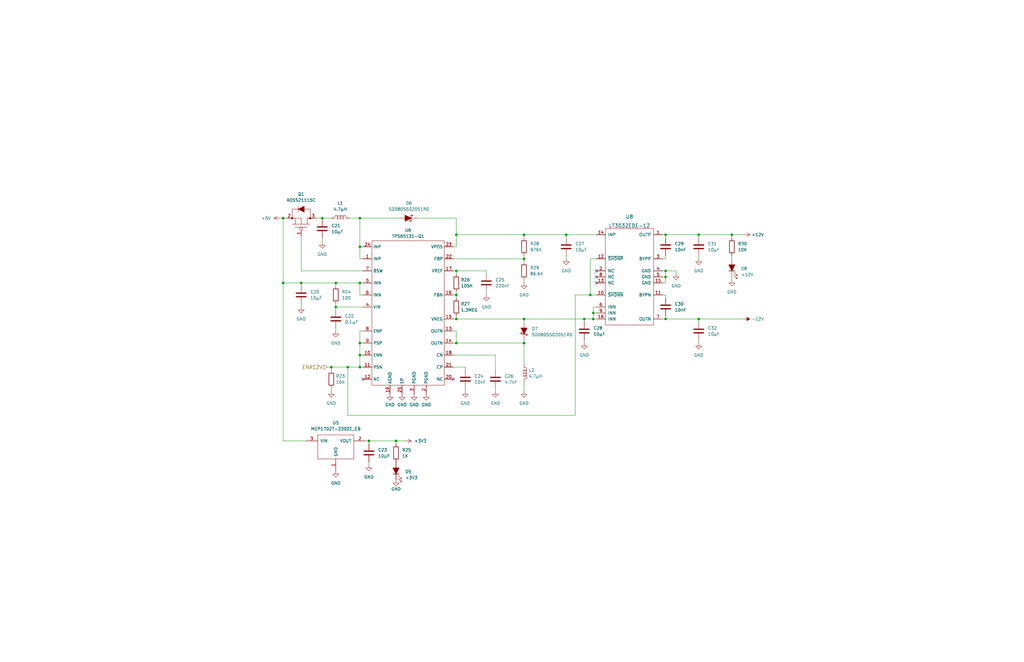
<source format=kicad_sch>
(kicad_sch (version 20211123) (generator eeschema)
  (paper "B")
  (title_block (title "Power Supply") (date "2023-01-28") (company "Olin College"))
  (lib_symbols
    (symbol "Device:C" (pin_numbers hide) (pin_names (offset 0.254))
      (property "Reference" "C" (at 0.635 2.54 0))
      (property "Value" "C" (at 0.635 -2.54 0))
      (symbol "C_0_1"
        (polyline (pts (xy -2.032 -0.762) (xy 2.032 -0.762)) (stroke (width 0.508)))
        (polyline (pts (xy -2.032 0.762) (xy 2.032 0.762)) (stroke (width 0.508)))
      )
      (symbol "C_1_1"
        (pin passive line (at 0 3.81 270) (length 2.794) (name "~") (number "1"))
        (pin passive line (at 0 -3.81 90) (length 2.794) (name "~") (number "2"))
      )
    )
    (symbol "Device:LED_Filled" (pin_numbers hide) (pin_names (offset 1.016) hide)
      (property "Reference" "D" (at 0 2.54 0))
      (property "Value" "LED_Filled" (at 0 -2.54 0))
      (symbol "LED_Filled_0_1"
        (polyline (pts (xy -1.27 -1.27) (xy -1.27 1.27)) (stroke (width 0.254)))
        (polyline (pts (xy -1.27 0) (xy 1.27 0)))
        (polyline (pts (xy 1.27 -1.27) (xy 1.27 1.27) (xy -1.27 0) (xy 1.27 -1.27)) (stroke (width 0.254)) (fill (type outline)))
        (polyline (pts (xy -3.048 -0.762) (xy -4.572 -2.286) (xy -3.81 -2.286) (xy -4.572 -2.286) (xy -4.572 -1.524)))
        (polyline (pts (xy -1.778 -0.762) (xy -3.302 -2.286) (xy -2.54 -2.286) (xy -3.302 -2.286) (xy -3.302 -1.524)))
      )
      (symbol "LED_Filled_1_1"
        (pin passive line (at -3.81 0 0) (length 2.54) (name "K") (number "1"))
        (pin passive line (at 3.81 0 180) (length 2.54) (name "A") (number "2"))
      )
    )
    (symbol "Device:R" (pin_numbers hide) (pin_names (offset 0))
      (property "Reference" "R" (at 2.032 0 90))
      (property "Value" "R" (at 0 0 90))
      (symbol "R_0_1"
        (rectangle (start -1.016 -2.54) (end 1.016 2.54) (stroke (width 0.254)))
      )
      (symbol "R_1_1"
        (pin passive line (at 0 3.81 270) (length 1.27) (name "~") (number "1"))
        (pin passive line (at 0 -3.81 90) (length 1.27) (name "~") (number "2"))
      )
    )
    (symbol "Eclectronics:AOSS21115C" (pin_names (offset 1.016))
      (property "Reference" "Q" (at 6.35 1.27 0))
      (property "Value" "AOSS21115C" (at 6.35 -1.27 0))
      (symbol "AOSS21115C_0_1"
        (circle (center -4.445 0) (radius 0.635))
        (circle (center 0 -3.81) (radius 0.381) (fill (type outline)))
        (polyline (pts (xy -3.81 2.54) (xy -3.81 -2.54)))
        (polyline (pts (xy -2.54 -2.54) (xy 0 -2.54)))
        (polyline (pts (xy -2.54 0) (xy 0 0)))
        (polyline (pts (xy -2.54 3.81) (xy -2.54 -3.81)))
        (polyline (pts (xy 0 -2.54) (xy 0 -3.81)))
        (polyline (pts (xy 0 2.54) (xy -2.54 2.54)))
        (polyline (pts (xy 2.54 1.27) (xy 5.08 1.27)))
        (polyline (pts (xy 0 -3.81) (xy 3.81 -3.81) (xy 3.81 -1.27)))
        (polyline (pts (xy 0 2.54) (xy 0 3.81) (xy 3.81 3.81) (xy 3.81 1.27)))
        (polyline (pts (xy 3.81 1.27) (xy 2.54 -1.27) (xy 5.08 -1.27) (xy 3.81 1.27)) (fill (type outline)))
        (circle (center 0 3.81) (radius 0.381) (fill (type outline)))
      )
      (symbol "AOSS21115C_1_1"
        (polyline (pts (xy 0 2.54) (xy 0 0)))
        (pin input line (at -7.62 0 0) (length 2.54) (name "~") (number "1"))
        (pin input line (at 0 6.35 270) (length 2.54) (name "~") (number "2"))
        (pin input line (at 0 -6.35 90) (length 2.54) (name "~") (number "3"))
      )
    )
    (symbol "Eclectronics:L" (pin_numbers hide) (pin_names hide)
      (property "Reference" "L" (at 0 5.08 0))
      (property "Value" "L" (at 0 2.54 0))
      (symbol "L_0_1"
        (polyline (pts (xy -2.54 0) (xy -2.413 0.635) (xy -2.286 0.889)))
        (polyline (pts (xy 1.143 0.889) (xy 1.27 1.016) (xy 1.524 1.143) (xy 1.905 1.143) (xy 2.159 1.016) (xy 2.286 0.889) (xy 2.413 0.635) (xy 2.54 0)))
        (polyline (pts (xy -2.286 0.889) (xy -2.159 1.016) (xy -1.905 1.143) (xy -1.524 1.143) (xy -1.27 1.016) (xy -1.143 0.889) (xy -1.016 0.635) (xy -0.889 0.127) (xy -0.889 -0.127) (xy -1.016 -0.381) (xy -1.27 -0.381) (xy -1.397 -0.127) (xy -1.397 0.127) (xy -1.27 0.635) (xy -1.143 0.889)))
        (polyline (pts (xy -1.143 0.889) (xy -1.016 1.016) (xy -0.762 1.143) (xy -0.381 1.143) (xy -0.127 1.016) (xy 0 0.889) (xy 0.127 0.635) (xy 0.254 0.127) (xy 0.254 -0.127) (xy 0.127 -0.381) (xy -0.127 -0.381) (xy -0.254 -0.127) (xy -0.254 0.127) (xy -0.127 0.635) (xy 0 0.889)))
        (polyline (pts (xy 0 0.889) (xy 0.127 1.016) (xy 0.381 1.143) (xy 0.762 1.143) (xy 1.016 1.016) (xy 1.143 0.889) (xy 1.27 0.635) (xy 1.397 0.127) (xy 1.397 -0.127) (xy 1.27 -0.381) (xy 1.016 -0.381) (xy 0.889 -0.127) (xy 0.889 0.127) (xy 1.016 0.635) (xy 1.143 0.889)))
      )
      (symbol "L_1_1"
        (pin passive line (at -3.81 0 0) (length 1.27) (name "~") (number "1"))
        (pin passive line (at 3.81 0 180) (length 1.27) (name "~") (number "2"))
      )
    )
    (symbol "Eclectronics:LT3032EDE-12" (pin_names (offset 1.016))
      (property "Reference" "U" (at -10.16 24.13 0))
      (property "Value" "LT3032EDE-12" (at -10.16 21.59 0))
      (symbol "LT3032EDE-12_0_1"
        (rectangle (start -10.16 20.32) (end 10.16 -20.32))
      )
      (symbol "LT3032EDE-12_1_1"
        (pin input line (at 13.97 17.78 180) (length 3.81) (name "OUTP") (number "1"))
        (pin input line (at -13.97 -7.62 0) (length 3.81) (name "~{SHDNN}") (number "10"))
        (pin input line (at 13.97 -7.62 180) (length 3.81) (name "BYPN") (number "11"))
        (pin input line (at -13.97 7.62 0) (length 3.81) (name "~{SHDNP}") (number "12"))
        (pin input line (at -13.97 -2.54 0) (length 3.81) (name "NC") (number "13"))
        (pin input line (at -13.97 17.78 0) (length 3.81) (name "INP") (number "14"))
        (pin input line (at 13.97 -2.54 180) (length 3.81) (name "GND") (number "15"))
        (pin input line (at -13.97 -17.78 0) (length 3.81) (name "INN") (number "16"))
        (pin input line (at -13.97 2.54 0) (length 3.81) (name "NC") (number "2"))
        (pin input line (at 13.97 7.62 180) (length 3.81) (name "BYPP") (number "3"))
        (pin input line (at 13.97 2.54 180) (length 3.81) (name "GND") (number "4"))
        (pin input line (at 13.97 0 180) (length 3.81) (name "GND") (number "5"))
        (pin input line (at -13.97 -12.7 0) (length 3.81) (name "INN") (number "6"))
        (pin input line (at 13.97 -17.78 180) (length 3.81) (name "OUTN") (number "7"))
        (pin input line (at -13.97 0 0) (length 3.81) (name "NC") (number "8"))
        (pin input line (at -13.97 -15.24 0) (length 3.81) (name "INN") (number "9"))
      )
    )
    (symbol "Eclectronics:MCP1702T-3302E_CB" (pin_names (offset 1.016))
      (property "Reference" "U" (at 0 8.89 0))
      (property "Value" "MCP1702T-3302E_CB" (at 0 6.35 0))
      (symbol "MCP1702T-3302E_CB_0_1"
        (rectangle (start 7.62 5.08) (end -7.62 -5.08))
      )
      (symbol "MCP1702T-3302E_CB_1_1"
        (pin input line (at 0 -10.16 90) (length 5.08) (name "GND") (number "1"))
        (pin input line (at 12.7 2.54 180) (length 5.08) (name "VOUT") (number "2"))
        (pin input line (at -12.7 2.54 0) (length 5.08) (name "VIN") (number "3"))
      )
    )
    (symbol "Eclectronics:SD0805S020S1R0" (pin_numbers hide) (pin_names hide)
      (property "Reference" "D" (at 0 2.54 0))
      (property "Value" "SD0805S020S1R0" (at 0 -2.54 0))
      (symbol "SD0805S020S1R0_0_1"
        (polyline (pts (xy -1.27 1.27) (xy -1.27 -1.27)) (stroke (width 0.254)))
        (polyline (pts (xy -1.27 -1.27) (xy -1.905 -1.27) (xy -1.905 -0.889)) (stroke (width 0.254)))
        (polyline (pts (xy -1.27 0) (xy 1.27 1.27) (xy 1.27 -1.27) (xy -1.27 0)) (stroke (width 0.254)) (fill (type outline)))
        (polyline (pts (xy -1.27 1.27) (xy -0.635 1.27) (xy -0.635 0.889) (xy -0.635 1.27)) (stroke (width 0.254)))
      )
      (symbol "SD0805S020S1R0_1_1"
        (pin passive line (at -3.81 0 0) (length 2.54) (name "~") (number "1"))
        (pin passive line (at 3.81 0 180) (length 2.54) (name "~") (number "2"))
      )
    )
    (symbol "Eclectronics:TPS65131-Q1"
      (property "Reference" "U" (at -15.24 34.29 0))
      (property "Value" "TPS65131-Q1" (at -15.24 31.75 0))
      (symbol "TPS65131-Q1_0_1"
        (rectangle (start -15.24 30.48) (end 15.24 -30.48))
      )
      (symbol "TPS65131-Q1_1_1"
        (pin input line (at -19.05 22.86 0) (length 3.81) (name "INP") (number "1"))
        (pin input line (at -19.05 -17.78 0) (length 3.81) (name "ENN") (number "10"))
        (pin input line (at -19.05 -22.86 0) (length 3.81) (name "PSN") (number "11"))
        (pin input line (at -19.05 -27.94 0) (length 3.81) (name "NC") (number "12"))
        (pin input line (at 19.05 -7.62 180) (length 3.81) (name "OUTN") (number "13"))
        (pin input line (at 19.05 -12.7 180) (length 3.81) (name "OUTN") (number "14"))
        (pin input line (at 19.05 -2.54 180) (length 3.81) (name "VNEG") (number "15"))
        (pin input line (at 19.05 7.62 180) (length 3.81) (name "FBN") (number "16"))
        (pin input line (at 19.05 17.78 180) (length 3.81) (name "VREF") (number "17"))
        (pin input line (at 19.05 -17.78 180) (length 3.81) (name "CN") (number "18"))
        (pin input line (at -7.62 -34.29 90) (length 3.81) (name "AGND") (number "19"))
        (pin input line (at 7.62 -34.29 90) (length 3.81) (name "PGND") (number "2"))
        (pin input line (at 19.05 -27.94 180) (length 3.81) (name "NC") (number "20"))
        (pin input line (at 19.05 -22.86 180) (length 3.81) (name "CP") (number "21"))
        (pin input line (at 19.05 22.86 180) (length 3.81) (name "FBP") (number "22"))
        (pin input line (at 19.05 27.94 180) (length 3.81) (name "VPOS") (number "23"))
        (pin input line (at -19.05 27.94 0) (length 3.81) (name "INP") (number "24"))
        (pin input line (at -2.54 -34.29 90) (length 3.81) (name "EP") (number "25"))
        (pin input line (at 2.54 -34.29 90) (length 3.81) (name "PGND") (number "3"))
        (pin input line (at -19.05 2.54 0) (length 3.81) (name "VIN") (number "4"))
        (pin input line (at -19.05 12.7 0) (length 3.81) (name "INN") (number "5"))
        (pin input line (at -19.05 7.62 0) (length 3.81) (name "INN") (number "6"))
        (pin input line (at -19.05 17.78 0) (length 3.81) (name "BSW") (number "7"))
        (pin input line (at -19.05 -7.62 0) (length 3.81) (name "ENP") (number "8"))
        (pin input line (at -19.05 -12.7 0) (length 3.81) (name "PSP") (number "9"))
      )
    )
    (symbol "power:+12V" (power) (pin_names (offset 0))
      (property "Value" "+12V" (at 0 3.556 0))
      (symbol "+12V_0_1"
        (polyline (pts (xy -0.762 1.27) (xy 0 2.54)))
        (polyline (pts (xy 0 0) (xy 0 2.54)))
        (polyline (pts (xy 0 2.54) (xy 0.762 1.27)))
      )
      (symbol "+12V_1_1"
        (pin power_in line (at 0 0 90) (length 0) hide (name "+12V") (number "1"))
      )
    )
    (symbol "power:+3V3" (power) (pin_names (offset 0))
      (property "Value" "+3V3" (at 0 3.556 0))
      (symbol "+3V3_0_1"
        (polyline (pts (xy -0.762 1.27) (xy 0 2.54)))
        (polyline (pts (xy 0 0) (xy 0 2.54)))
        (polyline (pts (xy 0 2.54) (xy 0.762 1.27)))
      )
      (symbol "+3V3_1_1"
        (pin power_in line (at 0 0 90) (length 0) hide (name "+3V3") (number "1"))
      )
    )
    (symbol "power:+5V" (power) (pin_names (offset 0))
      (property "Value" "+5V" (at 0 3.556 0))
      (symbol "+5V_0_1"
        (polyline (pts (xy -0.762 1.27) (xy 0 2.54)))
        (polyline (pts (xy 0 0) (xy 0 2.54)))
        (polyline (pts (xy 0 2.54) (xy 0.762 1.27)))
      )
      (symbol "+5V_1_1"
        (pin power_in line (at 0 0 90) (length 0) hide (name "+5V") (number "1"))
      )
    )
    (symbol "power:-12V" (power) (pin_names (offset 0))
      (property "Value" "-12V" (at 0 3.81 0))
      (symbol "-12V_0_0"
        (pin power_in line (at 0 0 90) (length 0) hide (name "-12V") (number "1"))
      )
      (symbol "-12V_0_1"
        (polyline (pts (xy 0 0) (xy 0 1.27) (xy 0.762 1.27) (xy 0 2.54) (xy -0.762 1.27) (xy 0 1.27)) (fill (type outline)))
      )
    )
    (symbol "power:GND" (power) (pin_names (offset 0))
      (property "Value" "GND" (at 0 -3.81 0))
      (symbol "GND_0_1"
        (polyline (pts (xy 0 0) (xy 0 -1.27) (xy 1.27 -1.27) (xy 0 -2.54) (xy -1.27 -1.27) (xy 0 -1.27)))
      )
      (symbol "GND_1_1"
        (pin power_in line (at 0 0 270) (length 0) hide (name "GND") (number "1"))
      )
    )
    (symbol "smu-rescue:GND" (power) (pin_names (offset 0))
      (property "Value" "GND" (at 0 -3.81 0))
      (symbol "GND_0_1"
        (polyline (pts (xy 0 0) (xy 0 -1.27) (xy 1.27 -1.27) (xy 0 -2.54) (xy -1.27 -1.27) (xy 0 -1.27)))
      )
      (symbol "GND_1_1"
        (pin power_in line (at 0 0 270) (length 0) hide (name "GND") (number "1"))
      )
    )
  )
  (junction (at 246.38 134.62))
  (junction (at 139.7 154.94))
  (junction (at 151.765 119.38))
  (junction (at 151.765 144.78))
  (junction (at 280.67 116.84))
  (junction (at 308.61 99.06))
  (junction (at 250.19 134.62))
  (junction (at 155.575 186.055))
  (junction (at 141.605 129.54))
  (junction (at 280.67 99.06))
  (junction (at 151.765 149.86))
  (junction (at 248.92 124.46))
  (junction (at 151.765 154.94))
  (junction (at 141.605 119.38))
  (junction (at 220.98 109.22))
  (junction (at 238.76 99.06))
  (junction (at 250.19 132.08))
  (junction (at 151.765 104.14))
  (junction (at 146.685 154.94))
  (junction (at 192.405 124.46))
  (junction (at 151.765 92.075))
  (junction (at 294.64 99.06))
  (junction (at 280.67 134.62))
  (junction (at 220.98 134.62))
  (junction (at 192.405 99.06))
  (junction (at 127 119.38))
  (junction (at 192.405 114.3))
  (junction (at 220.98 99.06))
  (junction (at 192.405 144.78))
  (junction (at 192.405 134.62))
  (junction (at 220.98 144.78))
  (junction (at 119.38 92.075))
  (junction (at 167.005 186.055))
  (junction (at 135.89 92.075))
  (junction (at 294.64 134.62))
  (junction (at 280.67 114.3))
  (junction (at 119.38 119.38))
  (no_connect (at 251.46 116.84))
  (no_connect (at 251.46 119.38))
  (no_connect (at 153.035 160.02))
  (no_connect (at 191.135 160.02))
  (no_connect (at 251.46 114.3))
  (wire (pts (xy 151.765 139.7) (xy 153.035 139.7)))
  (wire (pts (xy 151.765 139.7) (xy 151.765 144.78)))
  (wire (pts (xy 279.4 99.06) (xy 280.67 99.06)))
  (wire (pts (xy 118.11 92.075) (xy 119.38 92.075)))
  (wire (pts (xy 246.38 143.51) (xy 246.38 144.78)))
  (wire (pts (xy 280.67 119.38) (xy 279.4 119.38)))
  (wire (pts (xy 151.765 104.14) (xy 153.035 104.14)))
  (wire (pts (xy 147.32 92.075) (xy 151.765 92.075)))
  (wire (pts (xy 205.105 114.3) (xy 192.405 114.3)))
  (wire (pts (xy 279.4 134.62) (xy 280.67 134.62)))
  (wire (pts (xy 191.135 114.3) (xy 192.405 114.3)))
  (wire (pts (xy 191.135 154.94) (xy 196.215 154.94)))
  (wire (pts (xy 220.98 134.62) (xy 246.38 134.62)))
  (wire (pts (xy 196.215 163.83) (xy 196.215 165.1)))
  (wire (pts (xy 251.46 129.54) (xy 250.19 129.54)))
  (wire (pts (xy 133.35 92.075) (xy 135.89 92.075)))
  (wire (pts (xy 242.57 175.26) (xy 242.57 124.46)))
  (wire (pts (xy 238.76 109.22) (xy 238.76 107.95)))
  (wire (pts (xy 154.305 186.055) (xy 155.575 186.055)))
  (wire (pts (xy 279.4 124.46) (xy 280.67 124.46)))
  (wire (pts (xy 220.98 144.78) (xy 192.405 144.78)))
  (wire (pts (xy 155.575 187.325) (xy 155.575 186.055)))
  (wire (pts (xy 250.19 129.54) (xy 250.19 132.08)))
  (wire (pts (xy 141.605 128.27) (xy 141.605 129.54)))
  (wire (pts (xy 151.765 154.94) (xy 153.035 154.94)))
  (wire (pts (xy 139.7 154.94) (xy 146.685 154.94)))
  (wire (pts (xy 248.92 109.22) (xy 251.46 109.22)))
  (wire (pts (xy 294.64 134.62) (xy 294.64 135.89)))
  (wire (pts (xy 119.38 119.38) (xy 119.38 186.055)))
  (wire (pts (xy 280.67 116.84) (xy 280.67 119.38)))
  (wire (pts (xy 192.405 99.06) (xy 192.405 104.14)))
  (wire (pts (xy 220.98 143.51) (xy 220.98 144.78)))
  (wire (pts (xy 191.135 109.22) (xy 220.98 109.22)))
  (wire (pts (xy 141.605 138.43) (xy 141.605 139.7)))
  (wire (pts (xy 192.405 123.19) (xy 192.405 124.46)))
  (wire (pts (xy 153.035 109.22) (xy 151.765 109.22)))
  (wire (pts (xy 192.405 139.7) (xy 192.405 144.78)))
  (wire (pts (xy 155.575 194.945) (xy 155.575 196.215)))
  (wire (pts (xy 246.38 134.62) (xy 246.38 135.89)))
  (wire (pts (xy 139.7 163.83) (xy 139.7 165.1)))
  (wire (pts (xy 220.98 109.22) (xy 220.98 110.49)))
  (wire (pts (xy 119.38 92.075) (xy 119.38 119.38)))
  (wire (pts (xy 151.765 144.78) (xy 151.765 149.86)))
  (wire (pts (xy 294.64 134.62) (xy 313.69 134.62)))
  (wire (pts (xy 151.765 124.46) (xy 151.765 119.38)))
  (wire (pts (xy 192.405 99.06) (xy 220.98 99.06)))
  (wire (pts (xy 191.135 124.46) (xy 192.405 124.46)))
  (wire (pts (xy 308.61 107.95) (xy 308.61 109.22)))
  (wire (pts (xy 280.67 124.46) (xy 280.67 125.73)))
  (wire (pts (xy 242.57 124.46) (xy 248.92 124.46)))
  (wire (pts (xy 238.76 99.06) (xy 251.46 99.06)))
  (wire (pts (xy 280.67 109.22) (xy 280.67 107.95)))
  (wire (pts (xy 294.64 107.95) (xy 294.64 109.22)))
  (wire (pts (xy 167.005 186.055) (xy 170.815 186.055)))
  (wire (pts (xy 220.98 161.29) (xy 220.98 165.1)))
  (wire (pts (xy 280.67 99.06) (xy 294.64 99.06)))
  (wire (pts (xy 279.4 116.84) (xy 280.67 116.84)))
  (wire (pts (xy 141.605 119.38) (xy 141.605 120.65)))
  (wire (pts (xy 248.92 109.22) (xy 248.92 124.46)))
  (wire (pts (xy 294.64 99.06) (xy 308.61 99.06)))
  (wire (pts (xy 220.98 118.11) (xy 220.98 119.38)))
  (wire (pts (xy 280.67 134.62) (xy 294.64 134.62)))
  (wire (pts (xy 155.575 186.055) (xy 167.005 186.055)))
  (wire (pts (xy 127 114.3) (xy 127 99.695)))
  (wire (pts (xy 151.765 149.86) (xy 153.035 149.86)))
  (wire (pts (xy 191.135 104.14) (xy 192.405 104.14)))
  (wire (pts (xy 246.38 134.62) (xy 250.19 134.62)))
  (wire (pts (xy 280.67 99.06) (xy 280.67 100.33)))
  (wire (pts (xy 205.105 115.57) (xy 205.105 114.3)))
  (wire (pts (xy 250.19 134.62) (xy 251.46 134.62)))
  (wire (pts (xy 285.115 115.57) (xy 285.115 114.3)))
  (wire (pts (xy 135.89 100.33) (xy 135.89 102.235)))
  (wire (pts (xy 308.61 99.06) (xy 313.69 99.06)))
  (wire (pts (xy 153.035 114.3) (xy 127 114.3)))
  (wire (pts (xy 191.135 139.7) (xy 192.405 139.7)))
  (wire (pts (xy 279.4 114.3) (xy 280.67 114.3)))
  (wire (pts (xy 135.89 92.075) (xy 135.89 92.71)))
  (wire (pts (xy 192.405 133.35) (xy 192.405 134.62)))
  (wire (pts (xy 167.005 187.325) (xy 167.005 186.055)))
  (wire (pts (xy 141.605 129.54) (xy 153.035 129.54)))
  (wire (pts (xy 141.605 119.38) (xy 151.765 119.38)))
  (wire (pts (xy 192.405 144.78) (xy 191.135 144.78)))
  (wire (pts (xy 151.765 92.075) (xy 168.275 92.075)))
  (wire (pts (xy 120.65 92.075) (xy 119.38 92.075)))
  (wire (pts (xy 151.765 92.075) (xy 151.765 104.14)))
  (wire (pts (xy 250.19 132.08) (xy 250.19 134.62)))
  (wire (pts (xy 192.405 124.46) (xy 192.405 125.73)))
  (wire (pts (xy 279.4 109.22) (xy 280.67 109.22)))
  (wire (pts (xy 280.67 114.3) (xy 280.67 116.84)))
  (wire (pts (xy 191.135 149.86) (xy 208.915 149.86)))
  (wire (pts (xy 119.38 186.055) (xy 128.905 186.055)))
  (wire (pts (xy 127 119.38) (xy 127 120.65)))
  (wire (pts (xy 280.67 114.3) (xy 285.115 114.3)))
  (wire (pts (xy 205.105 123.19) (xy 205.105 124.46)))
  (wire (pts (xy 238.76 99.06) (xy 238.76 100.33)))
  (wire (pts (xy 220.98 153.67) (xy 220.98 144.78)))
  (wire (pts (xy 127 128.27) (xy 127 129.54)))
  (wire (pts (xy 192.405 114.3) (xy 192.405 115.57)))
  (wire (pts (xy 308.61 100.33) (xy 308.61 99.06)))
  (wire (pts (xy 220.98 134.62) (xy 220.98 135.89)))
  (wire (pts (xy 192.405 92.075) (xy 175.895 92.075)))
  (wire (pts (xy 151.765 149.86) (xy 151.765 154.94)))
  (wire (pts (xy 280.67 133.35) (xy 280.67 134.62)))
  (wire (pts (xy 146.685 154.94) (xy 146.685 175.26)))
  (wire (pts (xy 248.92 124.46) (xy 251.46 124.46)))
  (wire (pts (xy 196.215 154.94) (xy 196.215 156.21)))
  (wire (pts (xy 151.765 144.78) (xy 153.035 144.78)))
  (wire (pts (xy 294.64 99.06) (xy 294.64 100.33)))
  (wire (pts (xy 191.135 134.62) (xy 192.405 134.62)))
  (wire (pts (xy 151.765 104.14) (xy 151.765 109.22)))
  (wire (pts (xy 208.915 149.86) (xy 208.915 156.21)))
  (wire (pts (xy 192.405 134.62) (xy 220.98 134.62)))
  (wire (pts (xy 153.035 124.46) (xy 151.765 124.46)))
  (wire (pts (xy 151.765 119.38) (xy 153.035 119.38)))
  (wire (pts (xy 220.98 99.06) (xy 238.76 99.06)))
  (wire (pts (xy 146.685 154.94) (xy 151.765 154.94)))
  (wire (pts (xy 119.38 119.38) (xy 127 119.38)))
  (wire (pts (xy 127 119.38) (xy 141.605 119.38)))
  (wire (pts (xy 135.89 92.075) (xy 139.7 92.075)))
  (wire (pts (xy 192.405 99.06) (xy 192.405 92.075)))
  (wire (pts (xy 308.61 116.84) (xy 308.61 118.11)))
  (wire (pts (xy 251.46 132.08) (xy 250.19 132.08)))
  (wire (pts (xy 220.98 107.95) (xy 220.98 109.22)))
  (wire (pts (xy 294.64 143.51) (xy 294.64 144.78)))
  (wire (pts (xy 139.7 154.94) (xy 139.7 156.21)))
  (wire (pts (xy 137.795 154.94) (xy 139.7 154.94)))
  (wire (pts (xy 208.915 163.83) (xy 208.915 165.1)))
  (wire (pts (xy 146.685 175.26) (xy 242.57 175.26)))
  (wire (pts (xy 220.98 100.33) (xy 220.98 99.06)))
  (wire (pts (xy 141.605 129.54) (xy 141.605 130.81)))
  (hierarchical_label "ENA12V" (shape input) (at 137.795 154.94 180) (effects (font (size 1.524 1.524))))
  (symbol (lib_id "Device:C") (at 127 124.46 0) (unit 1)
    (property "Reference" "C20" (at 130.81 123.1899 0) (effects (justify left)))
    (property "Value" "10µF" (at 130.81 125.7299 0) (effects (justify left)))
    (property "Footprint" "Capacitor_SMD:C_0603_1608Metric" (effects hide))
  )
  (symbol (lib_id "Device:C") (at 280.67 104.14 0) (unit 1)
    (property "Reference" "C29" (at 284.48 102.8699 0) (effects (justify left)))
    (property "Value" "10nF" (at 284.48 105.4099 0) (effects (justify left)))
    (property "Footprint" "Capacitor_SMD:C_0603_1608Metric" (effects hide))
  )
  (symbol (lib_id "Device:C") (at 205.105 119.38 0) (unit 1)
    (property "Reference" "C25" (at 208.915 118.1099 0) (effects (justify left)))
    (property "Value" "220nF" (at 208.915 120.6499 0) (effects (justify left)))
    (property "Footprint" "Capacitor_SMD:C_0603_1608Metric" (effects hide))
  )
  (symbol (lib_id "power:GND") (at 294.64 109.22 0) (unit 1)
    (property "Reference" "#PWR087" (effects hide))
    (property "Value" "GND" (at 294.64 114.3 0))
  )
  (symbol (lib_id "Device:C") (at 246.38 139.7 0) (unit 1)
    (property "Reference" "C28" (at 250.19 138.4299 0) (effects (justify left)))
    (property "Value" "10µF" (at 250.19 140.9699 0) (effects (justify left)))
    (property "Footprint" "Capacitor_SMD:C_0603_1608Metric" (effects hide))
  )
  (symbol (lib_id "power:GND") (at 205.105 124.46 0) (unit 1)
    (property "Reference" "#PWR080" (effects hide))
    (property "Value" "GND" (at 205.105 129.54 0))
  )
  (symbol (lib_id "power:GND") (at 238.76 109.22 0) (unit 1)
    (property "Reference" "#PWR084" (effects hide))
    (property "Value" "GND" (at 238.76 114.3 0))
  )
  (symbol (lib_id "Device:C") (at 141.605 134.62 0) (unit 1)
    (property "Reference" "C22" (at 145.415 133.3499 0) (effects (justify left)))
    (property "Value" "0.1µF" (at 145.415 135.8899 0) (effects (justify left)))
    (property "Footprint" "Capacitor_SMD:C_0603_1608Metric" (effects hide))
  )
  (symbol (lib_id "Eclectronics:SD0805S020S1R0") (at 220.98 139.7 90) (unit 1)
    (property "Reference" "D7" (at 224.155 138.7474 90) (effects (justify right)))
    (property "Value" "SD0805S020S1R0" (at 224.155 141.2874 90) (effects (justify right)))
    (property "Footprint" "Diode_SMD:D_0805_2012Metric" (effects hide))
  )
  (symbol (lib_id "Device:LED_Filled") (at 167.005 198.755 90) (unit 1)
    (property "Reference" "D5" (at 170.815 199.0724 90) (effects (justify right)))
    (property "Value" "+3V3" (at 170.815 201.6124 90) (effects (justify right)))
    (property "Footprint" "LED_SMD:LED_0805_2012Metric" (effects hide))
  )
  (symbol (lib_id "power:GND") (at 135.89 102.235 0) (unit 1)
    (property "Reference" "#PWR068" (effects hide))
    (property "Value" "GND" (at 135.89 107.315 0))
  )
  (symbol (lib_id "Device:C") (at 294.64 104.14 0) (unit 1)
    (property "Reference" "C31" (at 298.45 102.8699 0) (effects (justify left)))
    (property "Value" "10µF" (at 298.45 105.4099 0) (effects (justify left)))
    (property "Footprint" "Capacitor_SMD:C_0603_1608Metric" (effects hide))
  )
  (symbol (lib_id "power:GND") (at 179.705 166.37 0) (unit 1)
    (property "Reference" "#PWR078" (effects hide))
    (property "Value" "GND" (at 179.705 170.815 0))
  )
  (symbol (lib_id "Device:R") (at 220.98 104.14 0) (unit 1)
    (property "Reference" "R28" (at 223.52 102.8699 0) (effects (justify left)))
    (property "Value" "976K" (at 223.52 105.4099 0) (effects (justify left)))
    (property "Footprint" "Resistor_SMD:R_0603_1608Metric" (effects hide))
  )
  (symbol (lib_id "power:GND") (at 169.545 166.37 0) (unit 1)
    (property "Reference" "#PWR075" (effects hide))
    (property "Value" "GND" (at 169.545 170.815 0))
  )
  (symbol (lib_id "Device:R") (at 192.405 129.54 0) (unit 1)
    (property "Reference" "R27" (at 194.31 128.2699 0) (effects (justify left)))
    (property "Value" "1.3MEG" (at 194.31 130.8099 0) (effects (justify left)))
    (property "Footprint" "Resistor_SMD:R_0603_1608Metric" (effects hide))
  )
  (symbol (lib_id "power:GND") (at 196.215 165.1 0) (unit 1)
    (property "Reference" "#PWR079" (effects hide))
    (property "Value" "GND" (at 196.215 170.18 0))
  )
  (symbol (lib_id "Device:C") (at 196.215 160.02 0) (unit 1)
    (property "Reference" "C24" (at 200.025 158.7499 0) (effects (justify left)))
    (property "Value" "10nF" (at 200.025 161.2899 0) (effects (justify left)))
    (property "Footprint" "Capacitor_SMD:C_0603_1608Metric" (effects hide))
  )
  (symbol (lib_id "power:GND") (at 174.625 166.37 0) (unit 1)
    (property "Reference" "#PWR077" (effects hide))
    (property "Value" "GND" (at 174.625 170.815 0))
  )
  (symbol (lib_id "Device:R") (at 220.98 114.3 0) (unit 1)
    (property "Reference" "R29" (at 223.52 113.0299 0) (effects (justify left)))
    (property "Value" "86.6K" (at 223.52 115.5699 0) (effects (justify left)))
    (property "Footprint" "Resistor_SMD:R_0603_1608Metric" (effects hide))
  )
  (symbol (lib_id "power:GND") (at 285.115 115.57 0) (unit 1)
    (property "Reference" "#PWR086" (effects hide))
    (property "Value" "GND" (at 285.115 120.65 0))
  )
  (symbol (lib_id "power:+12V") (at 313.69 99.06 270) (unit 1)
    (property "Reference" "#PWR090" (effects hide))
    (property "Value" "+12V" (at 316.865 99.0599 90) (effects (justify left)))
  )
  (symbol (lib_id "Device:R") (at 192.405 119.38 0) (unit 1)
    (property "Reference" "R26" (at 194.31 118.1099 0) (effects (justify left)))
    (property "Value" "105K" (at 194.31 120.6499 0) (effects (justify left)))
    (property "Footprint" "Resistor_SMD:R_0603_1608Metric" (effects hide))
  )
  (symbol (lib_id "Device:C") (at 208.915 160.02 0) (unit 1)
    (property "Reference" "C26" (at 212.725 158.7499 0) (effects (justify left)))
    (property "Value" "4.7nF" (at 212.725 161.2899 0) (effects (justify left)))
    (property "Footprint" "Capacitor_SMD:C_0603_1608Metric" (effects hide))
  )
  (symbol (lib_id "Eclectronics:L") (at 143.51 92.075 0) (unit 1)
    (property "Reference" "L1" (at 143.51 85.725 0))
    (property "Value" "4.7µH" (at 143.51 88.265 0))
    (property "Footprint" "Eclectronics:PA5003.182NLT" (effects hide))
  )
  (symbol (lib_id "power:GND") (at 294.64 144.78 0) (unit 1)
    (property "Reference" "#PWR088" (effects hide))
    (property "Value" "GND" (at 294.64 149.86 0))
  )
  (symbol (lib_id "Device:C") (at 155.575 191.135 0) (unit 1)
    (property "Reference" "C23" (at 159.385 189.8649 0) (effects (justify left)))
    (property "Value" "10µF" (at 159.385 192.4049 0) (effects (justify left)))
    (property "Footprint" "Capacitor_SMD:C_0603_1608Metric" (effects hide))
  )
  (symbol (lib_id "Device:C") (at 238.76 104.14 0) (unit 1)
    (property "Reference" "C27" (at 242.57 102.8699 0) (effects (justify left)))
    (property "Value" "10µF" (at 242.57 105.4099 0) (effects (justify left)))
    (property "Footprint" "Capacitor_SMD:C_0603_1608Metric" (effects hide))
  )
  (symbol (lib_id "power:GND") (at 139.7 165.1 0) (unit 1)
    (property "Reference" "#PWR069" (effects hide))
    (property "Value" "GND" (at 139.7 170.18 0))
  )
  (symbol (lib_id "power:GND") (at 220.98 165.1 0) (unit 1)
    (property "Reference" "#PWR083" (effects hide))
    (property "Value" "GND" (at 220.98 170.18 0))
  )
  (symbol (lib_id "Device:R") (at 139.7 160.02 180) (unit 1)
    (property "Reference" "R23" (at 141.605 158.7499 0) (effects (justify right)))
    (property "Value" "10K" (at 141.605 161.2899 0) (effects (justify right)))
    (property "Footprint" "Resistor_SMD:R_0603_1608Metric" (effects hide))
  )
  (symbol (lib_id "power:+3V3") (at 170.815 186.055 270) (unit 1)
    (property "Reference" "#PWR076" (effects hide))
    (property "Value" "+3V3" (at 174.625 186.0549 90) (effects (justify left)))
  )
  (symbol (lib_id "power:GND") (at 220.98 119.38 0) (unit 1)
    (property "Reference" "#PWR082" (effects hide))
    (property "Value" "GND" (at 220.98 124.46 0))
  )
  (symbol (lib_id "power:GND") (at 246.38 144.78 0) (unit 1)
    (property "Reference" "#PWR085" (effects hide))
    (property "Value" "GND" (at 246.38 149.86 0))
  )
  (symbol (lib_id "power:GND") (at 308.61 118.11 0) (unit 1)
    (property "Reference" "#PWR089" (effects hide))
    (property "Value" "GND" (at 308.61 123.19 0))
  )
  (symbol (lib_id "Device:R") (at 141.605 124.46 0) (unit 1)
    (property "Reference" "R24" (at 144.145 123.1899 0) (effects (justify left)))
    (property "Value" "100" (at 144.145 125.7299 0) (effects (justify left)))
    (property "Footprint" "Resistor_SMD:R_0603_1608Metric" (effects hide))
  )
  (symbol (lib_id "power:-12V") (at 313.69 134.62 270) (unit 1)
    (property "Reference" "#PWR091" (effects hide))
    (property "Value" "-12V" (at 316.865 134.6199 90) (effects (justify left)))
  )
  (symbol (lib_id "Device:LED_Filled") (at 308.61 113.03 90) (unit 1)
    (property "Reference" "D8" (at 312.42 113.3474 90) (effects (justify right)))
    (property "Value" "+12V" (at 312.42 115.8874 90) (effects (justify right)))
    (property "Footprint" "LED_SMD:LED_0805_2012Metric" (effects hide))
  )
  (symbol (lib_id "Eclectronics:L") (at 220.98 157.48 270) (unit 1)
    (property "Reference" "L2" (at 222.885 156.2099 90) (effects (justify left)))
    (property "Value" "4.7µH" (at 222.885 158.7499 90) (effects (justify left)))
    (property "Footprint" "Eclectronics:PA5003.182NLT" (effects hide))
  )
  (symbol (lib_id "Eclectronics:SD0805S020S1R0") (at 172.085 92.075 180) (unit 1)
    (property "Reference" "D6" (at 172.4025 85.725 0))
    (property "Value" "SD0805S020S1R0" (at 172.4025 88.265 0))
    (property "Footprint" "Diode_SMD:D_0805_2012Metric" (effects hide))
  )
  (symbol (lib_id "Device:C") (at 135.89 96.52 0) (unit 1)
    (property "Reference" "C21" (at 139.7 95.2499 0) (effects (justify left)))
    (property "Value" "10µF" (at 139.7 97.7899 0) (effects (justify left)))
    (property "Footprint" "Capacitor_SMD:C_0603_1608Metric" (effects hide))
  )
  (symbol (lib_id "Eclectronics:AOSS21115C") (at 127 92.075 90) (unit 1)
    (property "Reference" "Q1" (at 127 81.915 90))
    (property "Value" "AOSS21115C" (at 127 84.455 90))
    (property "Footprint" "Package_TO_SOT_SMD:SOT-23" (effects hide))
  )
  (symbol (lib_id "Device:R") (at 167.005 191.135 0) (unit 1)
    (property "Reference" "R25" (at 169.545 189.8649 0) (effects (justify left)))
    (property "Value" "1K" (at 169.545 192.4049 0) (effects (justify left)))
    (property "Footprint" "Resistor_SMD:R_0603_1608Metric" (effects hide))
  )
  (symbol (lib_id "power:GND") (at 141.605 198.755 0) (unit 1)
    (property "Reference" "#PWR071" (effects hide))
    (property "Value" "GND" (at 141.605 203.835 0))
  )
  (symbol (lib_id "Device:C") (at 294.64 139.7 0) (unit 1)
    (property "Reference" "C32" (at 298.45 138.4299 0) (effects (justify left)))
    (property "Value" "10µF" (at 298.45 140.9699 0) (effects (justify left)))
    (property "Footprint" "Capacitor_SMD:C_0603_1608Metric" (effects hide))
  )
  (symbol (lib_id "power:GND") (at 127 129.54 0) (unit 1)
    (property "Reference" "#PWR067" (effects hide))
    (property "Value" "GND" (at 127 134.62 0))
  )
  (symbol (lib_id "power:GND") (at 208.915 165.1 0) (unit 1)
    (property "Reference" "#PWR081" (effects hide))
    (property "Value" "GND" (at 208.915 170.18 0))
  )
  (symbol (lib_id "power:+5V") (at 118.11 92.075 90) (unit 1)
    (property "Reference" "#PWR066" (effects hide))
    (property "Value" "+5V" (at 114.3 92.0749 90) (effects (justify left)))
  )
  (symbol (lib_id "Device:C") (at 280.67 129.54 0) (unit 1)
    (property "Reference" "C30" (at 284.48 128.2699 0) (effects (justify left)))
    (property "Value" "10nF" (at 284.48 130.8099 0) (effects (justify left)))
    (property "Footprint" "Capacitor_SMD:C_0603_1608Metric" (effects hide))
  )
  (symbol (lib_id "power:GND") (at 141.605 139.7 0) (unit 1)
    (property "Reference" "#PWR070" (effects hide))
    (property "Value" "GND" (at 141.605 144.78 0))
  )
  (symbol (lib_id "Eclectronics:LT3032EDE-12") (at 265.43 116.84 0) (unit 1)
    (property "Reference" "U8" (at 265.43 91.44 0) (effects (font (size 1.524 1.524))))
    (property "Value" "LT3032EDE-12" (at 265.43 95.25 0) (effects (font (size 1.524 1.524))))
    (property "Footprint" "Eclectronics:LT3032" (effects hide))
  )
  (symbol (lib_id "Device:R") (at 308.61 104.14 0) (unit 1)
    (property "Reference" "R30" (at 311.15 102.8699 0) (effects (justify left)))
    (property "Value" "10K" (at 311.15 105.4099 0) (effects (justify left)))
    (property "Footprint" "Resistor_SMD:R_0603_1608Metric" (effects hide))
  )
  (symbol (lib_id "power:GND") (at 164.465 166.37 0) (unit 1)
    (property "Reference" "#PWR073" (effects hide))
    (property "Value" "GND" (at 164.465 170.815 0))
  )
  (symbol (lib_id "power:GND") (at 155.575 196.215 0) (unit 1)
    (property "Reference" "#PWR072" (effects hide))
    (property "Value" "GND" (at 155.575 201.295 0))
  )
  (symbol (lib_id "Eclectronics:MCP1702T-3302E_CB") (at 141.605 188.595 0) (unit 1)
    (property "Reference" "U5" (at 141.605 178.435 0))
    (property "Value" "MCP1702T-3302E_CB" (at 141.605 180.975 0))
    (property "Footprint" "Package_TO_SOT_SMD:SOT-23" (effects hide))
  )
  (symbol (lib_id "Eclectronics:TPS65131-Q1") (at 172.085 132.08 0) (unit 1)
    (property "Reference" "U6" (at 172.085 97.155 0))
    (property "Value" "TPS65131-Q1" (at 172.085 99.695 0))
    (property "Footprint" "Eclectronics:TPS65131-Q" (effects hide))
  )
  (symbol (lib_id "smu-rescue:GND") (at 167.005 202.565 0) (unit 1)
    (property "Reference" "#PWR074" (effects hide))
    (property "Value" "GND" (at 167.005 206.375 0))
  )
)
</source>
